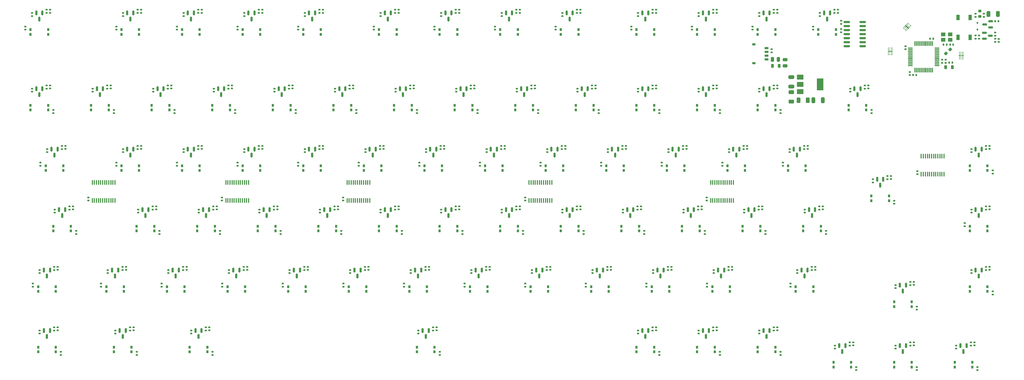
<source format=gbr>
%TF.GenerationSoftware,KiCad,Pcbnew,7.0.6*%
%TF.CreationDate,2023-11-23T18:56:54+00:00*%
%TF.ProjectId,MoonBoard,4d6f6f6e-426f-4617-9264-2e6b69636164,rev?*%
%TF.SameCoordinates,Original*%
%TF.FileFunction,Paste,Bot*%
%TF.FilePolarity,Positive*%
%FSLAX46Y46*%
G04 Gerber Fmt 4.6, Leading zero omitted, Abs format (unit mm)*
G04 Created by KiCad (PCBNEW 7.0.6) date 2023-11-23 18:56:54*
%MOMM*%
%LPD*%
G01*
G04 APERTURE LIST*
G04 Aperture macros list*
%AMRoundRect*
0 Rectangle with rounded corners*
0 $1 Rounding radius*
0 $2 $3 $4 $5 $6 $7 $8 $9 X,Y pos of 4 corners*
0 Add a 4 corners polygon primitive as box body*
4,1,4,$2,$3,$4,$5,$6,$7,$8,$9,$2,$3,0*
0 Add four circle primitives for the rounded corners*
1,1,$1+$1,$2,$3*
1,1,$1+$1,$4,$5*
1,1,$1+$1,$6,$7*
1,1,$1+$1,$8,$9*
0 Add four rect primitives between the rounded corners*
20,1,$1+$1,$2,$3,$4,$5,0*
20,1,$1+$1,$4,$5,$6,$7,0*
20,1,$1+$1,$6,$7,$8,$9,0*
20,1,$1+$1,$8,$9,$2,$3,0*%
%AMRotRect*
0 Rectangle, with rotation*
0 The origin of the aperture is its center*
0 $1 length*
0 $2 width*
0 $3 Rotation angle, in degrees counterclockwise*
0 Add horizontal line*
21,1,$1,$2,0,0,$3*%
G04 Aperture macros list end*
%ADD10RoundRect,0.140000X-0.170000X0.140000X-0.170000X-0.140000X0.170000X-0.140000X0.170000X0.140000X0*%
%ADD11RoundRect,0.075000X-0.300000X-0.335000X0.300000X-0.335000X0.300000X0.335000X-0.300000X0.335000X0*%
%ADD12RoundRect,0.075000X0.300000X0.335000X-0.300000X0.335000X-0.300000X-0.335000X0.300000X-0.335000X0*%
%ADD13RoundRect,0.150000X-0.150000X0.587500X-0.150000X-0.587500X0.150000X-0.587500X0.150000X0.587500X0*%
%ADD14RoundRect,0.140000X0.170000X-0.140000X0.170000X0.140000X-0.170000X0.140000X-0.170000X-0.140000X0*%
%ADD15RoundRect,0.135000X-0.185000X0.135000X-0.185000X-0.135000X0.185000X-0.135000X0.185000X0.135000X0*%
%ADD16RoundRect,0.100000X-0.100000X0.637500X-0.100000X-0.637500X0.100000X-0.637500X0.100000X0.637500X0*%
%ADD17RoundRect,0.200000X0.275000X-0.200000X0.275000X0.200000X-0.275000X0.200000X-0.275000X-0.200000X0*%
%ADD18RoundRect,0.250000X-0.325000X-0.650000X0.325000X-0.650000X0.325000X0.650000X-0.325000X0.650000X0*%
%ADD19RoundRect,0.250000X-0.625000X0.312500X-0.625000X-0.312500X0.625000X-0.312500X0.625000X0.312500X0*%
%ADD20RoundRect,0.250000X-0.650000X0.325000X-0.650000X-0.325000X0.650000X-0.325000X0.650000X0.325000X0*%
%ADD21RoundRect,0.250000X0.312500X0.625000X-0.312500X0.625000X-0.312500X-0.625000X0.312500X-0.625000X0*%
%ADD22R,0.675000X0.200000*%
%ADD23R,0.775000X0.400000*%
%ADD24RoundRect,0.150000X0.587500X0.150000X-0.587500X0.150000X-0.587500X-0.150000X0.587500X-0.150000X0*%
%ADD25RoundRect,0.135000X0.185000X-0.135000X0.185000X0.135000X-0.185000X0.135000X-0.185000X-0.135000X0*%
%ADD26RoundRect,0.140000X0.140000X0.170000X-0.140000X0.170000X-0.140000X-0.170000X0.140000X-0.170000X0*%
%ADD27R,2.000000X1.500000*%
%ADD28R,2.000000X3.800000*%
%ADD29RoundRect,0.250000X-0.475000X0.250000X-0.475000X-0.250000X0.475000X-0.250000X0.475000X0.250000X0*%
%ADD30RoundRect,0.100000X0.400000X-0.250000X0.400000X0.250000X-0.400000X0.250000X-0.400000X-0.250000X0*%
%ADD31RoundRect,0.125000X0.475000X-0.250000X0.475000X0.250000X-0.475000X0.250000X-0.475000X-0.250000X0*%
%ADD32RoundRect,0.237500X-0.008839X-0.344715X0.344715X0.008839X0.008839X0.344715X-0.344715X-0.008839X0*%
%ADD33RoundRect,0.250000X0.325000X0.650000X-0.325000X0.650000X-0.325000X-0.650000X0.325000X-0.650000X0*%
%ADD34RotRect,0.200000X0.675000X45.000000*%
%ADD35RotRect,0.400000X0.775000X45.000000*%
%ADD36RoundRect,0.250000X0.250000X0.475000X-0.250000X0.475000X-0.250000X-0.475000X0.250000X-0.475000X0*%
%ADD37RoundRect,0.218750X0.218750X0.381250X-0.218750X0.381250X-0.218750X-0.381250X0.218750X-0.381250X0*%
%ADD38R,1.400000X1.200000*%
%ADD39R,1.000000X1.700000*%
%ADD40RoundRect,0.135000X-0.135000X-0.185000X0.135000X-0.185000X0.135000X0.185000X-0.135000X0.185000X0*%
%ADD41RoundRect,0.140000X-0.140000X-0.170000X0.140000X-0.170000X0.140000X0.170000X-0.140000X0.170000X0*%
%ADD42RoundRect,0.150000X-0.587500X-0.150000X0.587500X-0.150000X0.587500X0.150000X-0.587500X0.150000X0*%
%ADD43RoundRect,0.075000X0.662500X0.075000X-0.662500X0.075000X-0.662500X-0.075000X0.662500X-0.075000X0*%
%ADD44RoundRect,0.075000X0.075000X0.662500X-0.075000X0.662500X-0.075000X-0.662500X0.075000X-0.662500X0*%
%ADD45RoundRect,0.150000X0.825000X0.150000X-0.825000X0.150000X-0.825000X-0.150000X0.825000X-0.150000X0*%
%ADD46RoundRect,0.112500X-0.112500X0.187500X-0.112500X-0.187500X0.112500X-0.187500X0.112500X0.187500X0*%
G04 APERTURE END LIST*
D10*
%TO.C,C228*%
X127917500Y-144747499D03*
X127917500Y-145707499D03*
%TD*%
D11*
%TO.C,LED49*%
X221542500Y-144747499D03*
X221542500Y-143237499D03*
X215992500Y-143237499D03*
X215992500Y-144747499D03*
%TD*%
D12*
%TO.C,LED34*%
X173130000Y-124187501D03*
X173130000Y-125697501D03*
X178680000Y-125697501D03*
X178680000Y-124187501D03*
%TD*%
D13*
%TO.C,HALL4*%
X117805000Y-76082500D03*
X118755000Y-77957500D03*
X119705000Y-76082500D03*
%TD*%
D11*
%TO.C,LED14*%
X54855000Y-106647499D03*
X54855000Y-105137499D03*
X49305000Y-105137499D03*
X49305000Y-106647499D03*
%TD*%
D14*
%TO.C,C248*%
X109592500Y-162287501D03*
X109592500Y-161327501D03*
%TD*%
D15*
%TO.C,R66*%
X56761250Y-156025000D03*
X56761250Y-157045000D03*
%TD*%
D13*
%TO.C,HALL9*%
X217817500Y-76082500D03*
X218767500Y-77957500D03*
X219717500Y-76082500D03*
%TD*%
D16*
%TO.C,U5*%
X110705000Y-129437500D03*
X111355000Y-129437500D03*
X112005000Y-129437500D03*
X112655000Y-129437500D03*
X113305000Y-129437500D03*
X113955000Y-129437500D03*
X114605000Y-129437500D03*
X115255000Y-129437500D03*
X115905000Y-129437500D03*
X116555000Y-129437500D03*
X117205000Y-129437500D03*
X117855000Y-129437500D03*
X117855000Y-135162500D03*
X117205000Y-135162500D03*
X116555000Y-135162500D03*
X115905000Y-135162500D03*
X115255000Y-135162500D03*
X114605000Y-135162500D03*
X113955000Y-135162500D03*
X113305000Y-135162500D03*
X112655000Y-135162500D03*
X112005000Y-135162500D03*
X111355000Y-135162500D03*
X110705000Y-135162500D03*
%TD*%
D10*
%TO.C,C238*%
X320798750Y-135222499D03*
X320798750Y-136182499D03*
%TD*%
D14*
%TO.C,C171*%
X240280000Y-177055000D03*
X240280000Y-176095000D03*
%TD*%
D10*
%TO.C,C86*%
X160255000Y-117925000D03*
X160255000Y-118885000D03*
%TD*%
D14*
%TO.C,C250*%
X71492500Y-162287501D03*
X71492500Y-161327501D03*
%TD*%
D13*
%TO.C,HALL58*%
X74942500Y-157045000D03*
X75892500Y-158920000D03*
X76842500Y-157045000D03*
%TD*%
D10*
%TO.C,C80*%
X103105000Y-117925000D03*
X103105000Y-118885000D03*
%TD*%
%TO.C,C227*%
X108867500Y-144747499D03*
X108867500Y-145707499D03*
%TD*%
D14*
%TO.C,C240*%
X261992500Y-162287501D03*
X261992500Y-161327501D03*
%TD*%
D13*
%TO.C,HALL25*%
X260680000Y-99895000D03*
X261630000Y-101770000D03*
X262580000Y-99895000D03*
%TD*%
D17*
%TO.C,R91*%
X347680000Y-77125000D03*
X347680000Y-75475000D03*
%TD*%
D11*
%TO.C,LED70*%
X104861250Y-182847499D03*
X104861250Y-181337499D03*
X99311250Y-181337499D03*
X99311250Y-182847499D03*
%TD*%
D18*
%TO.C,C183*%
X350405000Y-76400000D03*
X353355000Y-76400000D03*
%TD*%
D10*
%TO.C,C92*%
X217405000Y-117925000D03*
X217405000Y-118885000D03*
%TD*%
%TO.C,C152*%
X231692500Y-156025000D03*
X231692500Y-156985000D03*
%TD*%
D12*
%TO.C,LED40*%
X54067500Y-124187501D03*
X54067500Y-125697501D03*
X59617500Y-125697501D03*
X59617500Y-124187501D03*
%TD*%
%TO.C,LED55*%
X289811250Y-162287501D03*
X289811250Y-163797501D03*
X295361250Y-163797501D03*
X295361250Y-162287501D03*
%TD*%
%TO.C,LED13*%
X49305000Y-81325001D03*
X49305000Y-82835001D03*
X54855000Y-82835001D03*
X54855000Y-81325001D03*
%TD*%
D14*
%TO.C,C31*%
X159317500Y-77042500D03*
X159317500Y-76082500D03*
%TD*%
D13*
%TO.C,HALL8*%
X198767500Y-76082500D03*
X199717500Y-77957500D03*
X200667500Y-76082500D03*
%TD*%
D15*
%TO.C,R65*%
X349655000Y-136975000D03*
X349655000Y-137995000D03*
%TD*%
D11*
%TO.C,LED26*%
X283455000Y-106647499D03*
X283455000Y-105137499D03*
X277905000Y-105137499D03*
X277905000Y-106647499D03*
%TD*%
D19*
%TO.C,R4*%
X288480000Y-101037500D03*
X288480000Y-103962500D03*
%TD*%
D14*
%TO.C,C222*%
X95305000Y-124187501D03*
X95305000Y-123227501D03*
%TD*%
%TO.C,C41*%
X259330000Y-77042500D03*
X259330000Y-76082500D03*
%TD*%
D12*
%TO.C,LED6*%
X196942500Y-81325001D03*
X196942500Y-82835001D03*
X202492500Y-82835001D03*
X202492500Y-81325001D03*
%TD*%
D14*
%TO.C,C79*%
X97405000Y-119905000D03*
X97405000Y-118945000D03*
%TD*%
D10*
%TO.C,C24*%
X84055000Y-75062500D03*
X84055000Y-76022500D03*
%TD*%
D11*
%TO.C,LED68*%
X57236250Y-182847499D03*
X57236250Y-181337499D03*
X51686250Y-181337499D03*
X51686250Y-182847499D03*
%TD*%
D14*
%TO.C,C91*%
X211705000Y-119905000D03*
X211705000Y-118945000D03*
%TD*%
D11*
%TO.C,LED81*%
X350130000Y-125697499D03*
X350130000Y-124187499D03*
X344580000Y-124187499D03*
X344580000Y-125697499D03*
%TD*%
D10*
%TO.C,C198*%
X56480000Y-106647499D03*
X56480000Y-107607499D03*
%TD*%
%TO.C,C174*%
X265030000Y-175075000D03*
X265030000Y-176035000D03*
%TD*%
D15*
%TO.C,R61*%
X240117500Y-136975000D03*
X240117500Y-137995000D03*
%TD*%
D10*
%TO.C,C124*%
X241217500Y-136975000D03*
X241217500Y-137935000D03*
%TD*%
D14*
%TO.C,C163*%
X52161250Y-177055000D03*
X52161250Y-176095000D03*
%TD*%
%TO.C,C39*%
X240280000Y-77042500D03*
X240280000Y-76082500D03*
%TD*%
D15*
%TO.C,R18*%
X221067500Y-75062500D03*
X221067500Y-76082500D03*
%TD*%
D10*
%TO.C,C116*%
X165017500Y-136975000D03*
X165017500Y-137935000D03*
%TD*%
%TO.C,C252*%
X58861250Y-182847499D03*
X58861250Y-183807499D03*
%TD*%
D14*
%TO.C,C187*%
X257230000Y-81325001D03*
X257230000Y-80365001D03*
%TD*%
D15*
%TO.C,R55*%
X125817500Y-136975000D03*
X125817500Y-137995000D03*
%TD*%
D10*
%TO.C,C180*%
X326942500Y-179837500D03*
X326942500Y-180797500D03*
%TD*%
D12*
%TO.C,LED29*%
X268380000Y-124187501D03*
X268380000Y-125697501D03*
X273930000Y-125697501D03*
X273930000Y-124187501D03*
%TD*%
D14*
%TO.C,C188*%
X238180000Y-81325001D03*
X238180000Y-80365001D03*
%TD*%
%TO.C,C123*%
X235517500Y-138955000D03*
X235517500Y-137995000D03*
%TD*%
D11*
%TO.C,LED72*%
X245355000Y-182847499D03*
X245355000Y-181337499D03*
X239805000Y-181337499D03*
X239805000Y-182847499D03*
%TD*%
D13*
%TO.C,HALL63*%
X170192500Y-157045000D03*
X171142500Y-158920000D03*
X172092500Y-157045000D03*
%TD*%
D14*
%TO.C,C165*%
X75973750Y-177055000D03*
X75973750Y-176095000D03*
%TD*%
D13*
%TO.C,HALL30*%
X98755000Y-118945000D03*
X99705000Y-120820000D03*
X100655000Y-118945000D03*
%TD*%
%TO.C,HALL28*%
X55892500Y-118945000D03*
X56842500Y-120820000D03*
X57792500Y-118945000D03*
%TD*%
D20*
%TO.C,C3*%
X288480000Y-96325000D03*
X288480000Y-99275000D03*
%TD*%
D10*
%TO.C,C142*%
X136442500Y-156025000D03*
X136442500Y-156985000D03*
%TD*%
D13*
%TO.C,HALL7*%
X179717500Y-76082500D03*
X180667500Y-77957500D03*
X181617500Y-76082500D03*
%TD*%
D10*
%TO.C,C154*%
X250742500Y-156025000D03*
X250742500Y-156985000D03*
%TD*%
D13*
%TO.C,HALL27*%
X308305000Y-99895000D03*
X309255000Y-101770000D03*
X310205000Y-99895000D03*
%TD*%
D10*
%TO.C,C210*%
X285080000Y-106647499D03*
X285080000Y-107607499D03*
%TD*%
D14*
%TO.C,C43*%
X278380000Y-77042500D03*
X278380000Y-76082500D03*
%TD*%
D13*
%TO.C,HALL1*%
X51130000Y-76082500D03*
X52080000Y-77957500D03*
X53030000Y-76082500D03*
%TD*%
D14*
%TO.C,C241*%
X242942500Y-162287501D03*
X242942500Y-161327501D03*
%TD*%
D10*
%TO.C,C78*%
X84055000Y-117925000D03*
X84055000Y-118885000D03*
%TD*%
%TO.C,C70*%
X265030000Y-98875000D03*
X265030000Y-99835000D03*
%TD*%
D13*
%TO.C,HALL14*%
X51130000Y-99895000D03*
X52080000Y-101770000D03*
X53030000Y-99895000D03*
%TD*%
D10*
%TO.C,C94*%
X236455000Y-117925000D03*
X236455000Y-118885000D03*
%TD*%
%TO.C,C207*%
X227930000Y-106647499D03*
X227930000Y-107607499D03*
%TD*%
D13*
%TO.C,HALL70*%
X346405000Y-157045000D03*
X347355000Y-158920000D03*
X348305000Y-157045000D03*
%TD*%
D15*
%TO.C,R97*%
X346380000Y-83180000D03*
X346380000Y-84200000D03*
%TD*%
D13*
%TO.C,HALL5*%
X136855000Y-76082500D03*
X137805000Y-77957500D03*
X138755000Y-76082500D03*
%TD*%
D10*
%TO.C,C148*%
X193592500Y-156025000D03*
X193592500Y-156985000D03*
%TD*%
%TO.C,C176*%
X284080000Y-175075000D03*
X284080000Y-176035000D03*
%TD*%
D14*
%TO.C,C135*%
X73592500Y-158005000D03*
X73592500Y-157045000D03*
%TD*%
D13*
%TO.C,HALL41*%
X315448750Y-128470000D03*
X316398750Y-130345000D03*
X317348750Y-128470000D03*
%TD*%
D21*
%TO.C,R5*%
X293642500Y-103600000D03*
X290717500Y-103600000D03*
%TD*%
D10*
%TO.C,C211*%
X313655000Y-106647499D03*
X313655000Y-107607499D03*
%TD*%
D22*
%TO.C,U11*%
X320005000Y-87158000D03*
X320005000Y-87658000D03*
D23*
X319955000Y-88158000D03*
D22*
X320005000Y-88658000D03*
X320005000Y-89158000D03*
X319130000Y-89158000D03*
X319130000Y-88658000D03*
D23*
X319180000Y-88158000D03*
D22*
X319130000Y-87658000D03*
X319130000Y-87158000D03*
%TD*%
D10*
%TO.C,C231*%
X185067500Y-144747499D03*
X185067500Y-145707499D03*
%TD*%
D14*
%TO.C,C65*%
X221230000Y-100855000D03*
X221230000Y-99895000D03*
%TD*%
D11*
%TO.C,LED52*%
X278692500Y-144747499D03*
X278692500Y-143237499D03*
X273142500Y-143237499D03*
X273142500Y-144747499D03*
%TD*%
D14*
%TO.C,C33*%
X178367500Y-77042500D03*
X178367500Y-76082500D03*
%TD*%
D11*
%TO.C,LED24*%
X245355000Y-106647499D03*
X245355000Y-105137499D03*
X239805000Y-105137499D03*
X239805000Y-106647499D03*
%TD*%
D10*
%TO.C,C158*%
X295986250Y-156025000D03*
X295986250Y-156985000D03*
%TD*%
D15*
%TO.C,R13*%
X121055000Y-75062500D03*
X121055000Y-76082500D03*
%TD*%
D10*
%TO.C,C232*%
X204117500Y-144747499D03*
X204117500Y-145707499D03*
%TD*%
D15*
%TO.C,R83*%
X104386250Y-175075000D03*
X104386250Y-176095000D03*
%TD*%
D11*
%TO.C,LED20*%
X169155000Y-106647499D03*
X169155000Y-105137499D03*
X163605000Y-105137499D03*
X163605000Y-106647499D03*
%TD*%
D14*
%TO.C,C71*%
X278380000Y-100855000D03*
X278380000Y-99895000D03*
%TD*%
D16*
%TO.C,U6*%
X148805000Y-129437500D03*
X149455000Y-129437500D03*
X150105000Y-129437500D03*
X150755000Y-129437500D03*
X151405000Y-129437500D03*
X152055000Y-129437500D03*
X152705000Y-129437500D03*
X153355000Y-129437500D03*
X154005000Y-129437500D03*
X154655000Y-129437500D03*
X155305000Y-129437500D03*
X155955000Y-129437500D03*
X155955000Y-135162500D03*
X155305000Y-135162500D03*
X154655000Y-135162500D03*
X154005000Y-135162500D03*
X153355000Y-135162500D03*
X152705000Y-135162500D03*
X152055000Y-135162500D03*
X151405000Y-135162500D03*
X150755000Y-135162500D03*
X150105000Y-135162500D03*
X149455000Y-135162500D03*
X148805000Y-135162500D03*
%TD*%
D12*
%TO.C,LED8*%
X158842500Y-81325001D03*
X158842500Y-82835001D03*
X164392500Y-82835001D03*
X164392500Y-81325001D03*
%TD*%
D13*
%TO.C,HALL54*%
X274967500Y-137995000D03*
X275917500Y-139870000D03*
X276867500Y-137995000D03*
%TD*%
D11*
%TO.C,LED50*%
X240592500Y-144747499D03*
X240592500Y-143237499D03*
X235042500Y-143237499D03*
X235042500Y-144747499D03*
%TD*%
D14*
%TO.C,C59*%
X164080000Y-100855000D03*
X164080000Y-99895000D03*
%TD*%
D13*
%TO.C,HALL39*%
X270205000Y-118945000D03*
X271155000Y-120820000D03*
X272105000Y-118945000D03*
%TD*%
D14*
%TO.C,C149*%
X206942500Y-158005000D03*
X206942500Y-157045000D03*
%TD*%
D10*
%TO.C,C104*%
X350755000Y-117925000D03*
X350755000Y-118885000D03*
%TD*%
D15*
%TO.C,R64*%
X297267500Y-136975000D03*
X297267500Y-137995000D03*
%TD*%
D14*
%TO.C,C107*%
X83117500Y-138955000D03*
X83117500Y-137995000D03*
%TD*%
D13*
%TO.C,HALL32*%
X136855000Y-118945000D03*
X137805000Y-120820000D03*
X138755000Y-118945000D03*
%TD*%
D10*
%TO.C,C160*%
X350755000Y-156025000D03*
X350755000Y-156985000D03*
%TD*%
D15*
%TO.C,R15*%
X163917500Y-75062500D03*
X163917500Y-76082500D03*
%TD*%
D14*
%TO.C,C87*%
X173605000Y-119905000D03*
X173605000Y-118945000D03*
%TD*%
D10*
%TO.C,C64*%
X207880000Y-98875000D03*
X207880000Y-99835000D03*
%TD*%
%TO.C,C72*%
X284080000Y-98875000D03*
X284080000Y-99835000D03*
%TD*%
D15*
%TO.C,R68*%
X97242500Y-156025000D03*
X97242500Y-157045000D03*
%TD*%
%TO.C,R75*%
X230592500Y-156025000D03*
X230592500Y-157045000D03*
%TD*%
D12*
%TO.C,LED61*%
X168367500Y-162287501D03*
X168367500Y-163797501D03*
X173917500Y-163797501D03*
X173917500Y-162287501D03*
%TD*%
D14*
%TO.C,C159*%
X345055000Y-158005000D03*
X345055000Y-157045000D03*
%TD*%
D10*
%TO.C,C206*%
X208880000Y-106647499D03*
X208880000Y-107607499D03*
%TD*%
D11*
%TO.C,LED41*%
X61998750Y-144747499D03*
X61998750Y-143237499D03*
X56448750Y-143237499D03*
X56448750Y-144747499D03*
%TD*%
D13*
%TO.C,HALL2*%
X79705000Y-76082500D03*
X80655000Y-77957500D03*
X81605000Y-76082500D03*
%TD*%
D15*
%TO.C,R69*%
X116292500Y-156025000D03*
X116292500Y-157045000D03*
%TD*%
D10*
%TO.C,C226*%
X89817500Y-144747499D03*
X89817500Y-145707499D03*
%TD*%
D24*
%TO.C,Q1*%
X351080000Y-78710000D03*
X351080000Y-80610000D03*
X349205000Y-79660000D03*
%TD*%
D14*
%TO.C,C77*%
X78355000Y-119905000D03*
X78355000Y-118945000D03*
%TD*%
D12*
%TO.C,LED63*%
X130267500Y-162287501D03*
X130267500Y-163797501D03*
X135817500Y-163797501D03*
X135817500Y-162287501D03*
%TD*%
D25*
%TO.C,R9*%
X304080000Y-82110000D03*
X304080000Y-81090000D03*
%TD*%
D10*
%TO.C,C204*%
X170780000Y-106647499D03*
X170780000Y-107607499D03*
%TD*%
D13*
%TO.C,HALL76*%
X241630000Y-176095000D03*
X242580000Y-177970000D03*
X243530000Y-176095000D03*
%TD*%
D11*
%TO.C,LED79*%
X350130000Y-163797499D03*
X350130000Y-162287499D03*
X344580000Y-162287499D03*
X344580000Y-163797499D03*
%TD*%
D12*
%TO.C,LED31*%
X230280000Y-124187501D03*
X230280000Y-125697501D03*
X235830000Y-125697501D03*
X235830000Y-124187501D03*
%TD*%
D10*
%TO.C,C60*%
X169780000Y-98875000D03*
X169780000Y-99835000D03*
%TD*%
D15*
%TO.C,R85*%
X244880000Y-175075000D03*
X244880000Y-176095000D03*
%TD*%
D10*
%TO.C,C74*%
X312655000Y-98875000D03*
X312655000Y-99835000D03*
%TD*%
%TO.C,C261*%
X346992500Y-187609999D03*
X346992500Y-188569999D03*
%TD*%
D12*
%TO.C,LED12*%
X77880000Y-81325001D03*
X77880000Y-82835001D03*
X83430000Y-82835001D03*
X83430000Y-81325001D03*
%TD*%
D10*
%TO.C,C54*%
X112630000Y-98875000D03*
X112630000Y-99835000D03*
%TD*%
D14*
%TO.C,C167*%
X99786250Y-177055000D03*
X99786250Y-176095000D03*
%TD*%
D11*
%TO.C,LED25*%
X264405000Y-106647499D03*
X264405000Y-105137499D03*
X258855000Y-105137499D03*
X258855000Y-106647499D03*
%TD*%
D26*
%TO.C,C6*%
X333060000Y-84200000D03*
X332100000Y-84200000D03*
%TD*%
D27*
%TO.C,U1*%
X291223750Y-100875000D03*
X291223750Y-98575000D03*
D28*
X297523750Y-98575000D03*
D27*
X291223750Y-96275000D03*
%TD*%
D10*
%TO.C,C234*%
X242217500Y-144747499D03*
X242217500Y-145707499D03*
%TD*%
D15*
%TO.C,R12*%
X102005000Y-75062500D03*
X102005000Y-76082500D03*
%TD*%
D14*
%TO.C,C212*%
X285805000Y-124187501D03*
X285805000Y-123227501D03*
%TD*%
D15*
%TO.C,R49*%
X292505000Y-117925000D03*
X292505000Y-118945000D03*
%TD*%
D10*
%TO.C,C76*%
X60242500Y-117925000D03*
X60242500Y-118885000D03*
%TD*%
D14*
%TO.C,C246*%
X147692500Y-162287501D03*
X147692500Y-161327501D03*
%TD*%
D11*
%TO.C,LED23*%
X226305000Y-106647499D03*
X226305000Y-105137499D03*
X220755000Y-105137499D03*
X220755000Y-106647499D03*
%TD*%
%TO.C,LED78*%
X326317500Y-168559999D03*
X326317500Y-167049999D03*
X320767500Y-167049999D03*
X320767500Y-168559999D03*
%TD*%
D10*
%TO.C,C132*%
X350755000Y-136975000D03*
X350755000Y-137935000D03*
%TD*%
D13*
%TO.C,HALL40*%
X289255000Y-118945000D03*
X290205000Y-120820000D03*
X291155000Y-118945000D03*
%TD*%
D14*
%TO.C,C244*%
X185792500Y-162287501D03*
X185792500Y-161327501D03*
%TD*%
D10*
%TO.C,C88*%
X179305000Y-117925000D03*
X179305000Y-118885000D03*
%TD*%
D12*
%TO.C,LED3*%
X258855000Y-81325001D03*
X258855000Y-82835001D03*
X264405000Y-82835001D03*
X264405000Y-81325001D03*
%TD*%
D10*
%TO.C,C164*%
X57861250Y-175075000D03*
X57861250Y-176035000D03*
%TD*%
%TO.C,C172*%
X245980000Y-175075000D03*
X245980000Y-176035000D03*
%TD*%
D29*
%TO.C,C2*%
X286480000Y-90800000D03*
X286480000Y-92700000D03*
%TD*%
D14*
%TO.C,C89*%
X192655000Y-119905000D03*
X192655000Y-118945000D03*
%TD*%
D10*
%TO.C,C178*%
X307892500Y-179837500D03*
X307892500Y-180797500D03*
%TD*%
D15*
%TO.C,R14*%
X140105000Y-75062500D03*
X140105000Y-76082500D03*
%TD*%
D13*
%TO.C,HALL55*%
X294017500Y-137995000D03*
X294967500Y-139870000D03*
X295917500Y-137995000D03*
%TD*%
D15*
%TO.C,R63*%
X278217500Y-136975000D03*
X278217500Y-137995000D03*
%TD*%
D13*
%TO.C,HALL67*%
X246392500Y-157045000D03*
X247342500Y-158920000D03*
X248292500Y-157045000D03*
%TD*%
D14*
%TO.C,C12*%
X304080000Y-79490000D03*
X304080000Y-78530000D03*
%TD*%
D11*
%TO.C,LED15*%
X73905000Y-106647499D03*
X73905000Y-105137499D03*
X68355000Y-105137499D03*
X68355000Y-106647499D03*
%TD*%
D30*
%TO.C,USB1*%
X276680000Y-91850000D03*
D31*
X280680000Y-90700000D03*
X280680000Y-89500000D03*
X280680000Y-88300000D03*
X280680000Y-87100000D03*
D30*
X276680000Y-85950000D03*
%TD*%
D13*
%TO.C,HALL50*%
X198767500Y-137995000D03*
X199717500Y-139870000D03*
X200667500Y-137995000D03*
%TD*%
D15*
%TO.C,R57*%
X163917500Y-136975000D03*
X163917500Y-137995000D03*
%TD*%
D10*
%TO.C,C126*%
X260267500Y-136975000D03*
X260267500Y-137935000D03*
%TD*%
D15*
%TO.C,R24*%
X73430000Y-98875000D03*
X73430000Y-99895000D03*
%TD*%
D13*
%TO.C,HALL49*%
X179717500Y-137995000D03*
X180667500Y-139870000D03*
X181617500Y-137995000D03*
%TD*%
D25*
%TO.C,R93*%
X348980000Y-77320000D03*
X348980000Y-76300000D03*
%TD*%
D11*
%TO.C,LED69*%
X81048750Y-182847499D03*
X81048750Y-181337499D03*
X75498750Y-181337499D03*
X75498750Y-182847499D03*
%TD*%
%TO.C,LED44*%
X126292500Y-144747499D03*
X126292500Y-143237499D03*
X120742500Y-143237499D03*
X120742500Y-144747499D03*
%TD*%
D32*
%TO.C,R8*%
X337089530Y-88845235D03*
X338380000Y-87554765D03*
%TD*%
D12*
%TO.C,LED66*%
X73117500Y-162287501D03*
X73117500Y-163797501D03*
X78667500Y-163797501D03*
X78667500Y-162287501D03*
%TD*%
D10*
%TO.C,C162*%
X326942500Y-160787500D03*
X326942500Y-161747500D03*
%TD*%
D13*
%TO.C,HALL6*%
X160667500Y-76082500D03*
X161617500Y-77957500D03*
X162567500Y-76082500D03*
%TD*%
D15*
%TO.C,R50*%
X318698750Y-127450000D03*
X318698750Y-128470000D03*
%TD*%
D10*
%TO.C,C68*%
X245980000Y-98875000D03*
X245980000Y-99835000D03*
%TD*%
D11*
%TO.C,LED71*%
X176298750Y-182847499D03*
X176298750Y-181337499D03*
X170748750Y-181337499D03*
X170748750Y-182847499D03*
%TD*%
D15*
%TO.C,R43*%
X178205000Y-117925000D03*
X178205000Y-118945000D03*
%TD*%
D10*
%TO.C,C108*%
X88817500Y-136975000D03*
X88817500Y-137935000D03*
%TD*%
%TO.C,C22*%
X55480000Y-75062500D03*
X55480000Y-76022500D03*
%TD*%
D15*
%TO.C,R78*%
X294886250Y-156025000D03*
X294886250Y-157045000D03*
%TD*%
D10*
%TO.C,C166*%
X81673750Y-175075000D03*
X81673750Y-176035000D03*
%TD*%
D12*
%TO.C,LED36*%
X135030000Y-124187501D03*
X135030000Y-125697501D03*
X140580000Y-125697501D03*
X140580000Y-124187501D03*
%TD*%
D13*
%TO.C,HALL16*%
X89230000Y-99895000D03*
X90180000Y-101770000D03*
X91130000Y-99895000D03*
%TD*%
D15*
%TO.C,R59*%
X202017500Y-136975000D03*
X202017500Y-137995000D03*
%TD*%
D14*
%TO.C,C186*%
X276280000Y-81325001D03*
X276280000Y-80365001D03*
%TD*%
D13*
%TO.C,HALL21*%
X184480000Y-99895000D03*
X185430000Y-101770000D03*
X186380000Y-99895000D03*
%TD*%
D10*
%TO.C,C34*%
X184067500Y-75062500D03*
X184067500Y-76022500D03*
%TD*%
D14*
%TO.C,C129*%
X292667500Y-138955000D03*
X292667500Y-137995000D03*
%TD*%
D15*
%TO.C,R33*%
X244880000Y-98875000D03*
X244880000Y-99895000D03*
%TD*%
D14*
%TO.C,C101*%
X314098750Y-129430000D03*
X314098750Y-128470000D03*
%TD*%
%TO.C,C141*%
X130742500Y-158005000D03*
X130742500Y-157045000D03*
%TD*%
%TO.C,C61*%
X183130000Y-100855000D03*
X183130000Y-99895000D03*
%TD*%
D13*
%TO.C,HALL66*%
X227342500Y-157045000D03*
X228292500Y-158920000D03*
X229242500Y-157045000D03*
%TD*%
D14*
%TO.C,C51*%
X87880000Y-100855000D03*
X87880000Y-99895000D03*
%TD*%
D10*
%TO.C,C263*%
X351755000Y-163797499D03*
X351755000Y-164757499D03*
%TD*%
D15*
%TO.C,R92*%
X346380000Y-76300000D03*
X346380000Y-77320000D03*
%TD*%
D12*
%TO.C,LED1*%
X296955000Y-81325001D03*
X296955000Y-82835001D03*
X302505000Y-82835001D03*
X302505000Y-81325001D03*
%TD*%
D10*
%TO.C,C118*%
X184067500Y-136975000D03*
X184067500Y-137935000D03*
%TD*%
D13*
%TO.C,HALL11*%
X260680000Y-76082500D03*
X261630000Y-77957500D03*
X262580000Y-76082500D03*
%TD*%
D15*
%TO.C,R74*%
X211542500Y-156025000D03*
X211542500Y-157045000D03*
%TD*%
D11*
%TO.C,LED77*%
X345367500Y-187609999D03*
X345367500Y-186099999D03*
X339817500Y-186099999D03*
X339817500Y-187609999D03*
%TD*%
D14*
%TO.C,C73*%
X306955000Y-100855000D03*
X306955000Y-99895000D03*
%TD*%
%TO.C,C137*%
X92642500Y-158005000D03*
X92642500Y-157045000D03*
%TD*%
%TO.C,C179*%
X321242500Y-181817500D03*
X321242500Y-180857500D03*
%TD*%
D13*
%TO.C,HALL78*%
X279730000Y-176095000D03*
X280680000Y-177970000D03*
X281630000Y-176095000D03*
%TD*%
D14*
%TO.C,C10*%
X336930000Y-91760000D03*
X336930000Y-90800000D03*
%TD*%
D13*
%TO.C,HALL12*%
X279730000Y-76082500D03*
X280680000Y-77957500D03*
X281630000Y-76082500D03*
%TD*%
D10*
%TO.C,C36*%
X203117500Y-75062500D03*
X203117500Y-76022500D03*
%TD*%
D15*
%TO.C,R44*%
X197255000Y-117925000D03*
X197255000Y-118945000D03*
%TD*%
D14*
%TO.C,C223*%
X76255000Y-124187501D03*
X76255000Y-123227501D03*
%TD*%
D10*
%TO.C,C26*%
X103105000Y-75062500D03*
X103105000Y-76022500D03*
%TD*%
D15*
%TO.C,R71*%
X154392500Y-156025000D03*
X154392500Y-157045000D03*
%TD*%
D14*
%TO.C,C184*%
X353680000Y-85220000D03*
X353680000Y-84260000D03*
%TD*%
D16*
%TO.C,U7*%
X206005000Y-129437500D03*
X206655000Y-129437500D03*
X207305000Y-129437500D03*
X207955000Y-129437500D03*
X208605000Y-129437500D03*
X209255000Y-129437500D03*
X209905000Y-129437500D03*
X210555000Y-129437500D03*
X211205000Y-129437500D03*
X211855000Y-129437500D03*
X212505000Y-129437500D03*
X213155000Y-129437500D03*
X213155000Y-135162500D03*
X212505000Y-135162500D03*
X211855000Y-135162500D03*
X211205000Y-135162500D03*
X210555000Y-135162500D03*
X209905000Y-135162500D03*
X209255000Y-135162500D03*
X208605000Y-135162500D03*
X207955000Y-135162500D03*
X207305000Y-135162500D03*
X206655000Y-135162500D03*
X206005000Y-135162500D03*
%TD*%
D14*
%TO.C,C21*%
X49780000Y-77042500D03*
X49780000Y-76082500D03*
%TD*%
D10*
%TO.C,C46*%
X303130000Y-75062500D03*
X303130000Y-76022500D03*
%TD*%
D14*
%TO.C,C221*%
X114355000Y-124187501D03*
X114355000Y-123227501D03*
%TD*%
%TO.C,C145*%
X168842500Y-158005000D03*
X168842500Y-157045000D03*
%TD*%
D15*
%TO.C,R77*%
X268692500Y-156025000D03*
X268692500Y-157045000D03*
%TD*%
%TO.C,R67*%
X78192500Y-156025000D03*
X78192500Y-157045000D03*
%TD*%
D14*
%TO.C,C264*%
X342955000Y-143237501D03*
X342955000Y-142277501D03*
%TD*%
%TO.C,C125*%
X254567500Y-138955000D03*
X254567500Y-137995000D03*
%TD*%
D13*
%TO.C,HALL23*%
X222580000Y-99895000D03*
X223530000Y-101770000D03*
X224480000Y-99895000D03*
%TD*%
D10*
%TO.C,C144*%
X155492500Y-156025000D03*
X155492500Y-156985000D03*
%TD*%
%TO.C,C262*%
X327942500Y-168559999D03*
X327942500Y-169519999D03*
%TD*%
D12*
%TO.C,LED7*%
X177892500Y-81325001D03*
X177892500Y-82835001D03*
X183442500Y-82835001D03*
X183442500Y-81325001D03*
%TD*%
D10*
%TO.C,C62*%
X188830000Y-98875000D03*
X188830000Y-99835000D03*
%TD*%
D15*
%TO.C,R1*%
X282280000Y-87490000D03*
X282280000Y-88510000D03*
%TD*%
D12*
%TO.C,LED65*%
X92167500Y-162287501D03*
X92167500Y-163797501D03*
X97717500Y-163797501D03*
X97717500Y-162287501D03*
%TD*%
D14*
%TO.C,C115*%
X159317500Y-138955000D03*
X159317500Y-137995000D03*
%TD*%
D13*
%TO.C,HALL65*%
X208292500Y-157045000D03*
X209242500Y-158920000D03*
X210192500Y-157045000D03*
%TD*%
D14*
%TO.C,C103*%
X345055000Y-119905000D03*
X345055000Y-118945000D03*
%TD*%
%TO.C,C25*%
X97405000Y-77042500D03*
X97405000Y-76082500D03*
%TD*%
%TO.C,C243*%
X204842500Y-162287501D03*
X204842500Y-161327501D03*
%TD*%
D15*
%TO.C,R76*%
X249642500Y-156025000D03*
X249642500Y-157045000D03*
%TD*%
D14*
%TO.C,C55*%
X125980000Y-100855000D03*
X125980000Y-99895000D03*
%TD*%
%TO.C,C35*%
X197417500Y-77042500D03*
X197417500Y-76082500D03*
%TD*%
D11*
%TO.C,LED75*%
X307267500Y-187609999D03*
X307267500Y-186099999D03*
X301717500Y-186099999D03*
X301717500Y-187609999D03*
%TD*%
D10*
%TO.C,C256*%
X246980000Y-182847499D03*
X246980000Y-183807499D03*
%TD*%
%TO.C,C52*%
X93580000Y-98875000D03*
X93580000Y-99835000D03*
%TD*%
D15*
%TO.C,R70*%
X135342500Y-156025000D03*
X135342500Y-157045000D03*
%TD*%
D12*
%TO.C,LED2*%
X277905000Y-81325001D03*
X277905000Y-82835001D03*
X283455000Y-82835001D03*
X283455000Y-81325001D03*
%TD*%
D13*
%TO.C,HALL59*%
X93992500Y-157045000D03*
X94942500Y-158920000D03*
X95892500Y-157045000D03*
%TD*%
D15*
%TO.C,R40*%
X121055000Y-117925000D03*
X121055000Y-118945000D03*
%TD*%
D10*
%TO.C,C114*%
X145967500Y-136975000D03*
X145967500Y-137935000D03*
%TD*%
D13*
%TO.C,HALL34*%
X174955000Y-118945000D03*
X175905000Y-120820000D03*
X176855000Y-118945000D03*
%TD*%
D14*
%TO.C,C191*%
X176267500Y-81325001D03*
X176267500Y-80365001D03*
%TD*%
D13*
%TO.C,HALL33*%
X155905000Y-118945000D03*
X156855000Y-120820000D03*
X157805000Y-118945000D03*
%TD*%
D11*
%TO.C,LED51*%
X259642500Y-144747499D03*
X259642500Y-143237499D03*
X254092500Y-143237499D03*
X254092500Y-144747499D03*
%TD*%
D14*
%TO.C,C216*%
X209605000Y-124187501D03*
X209605000Y-123227501D03*
%TD*%
D12*
%TO.C,LED57*%
X244567500Y-162287501D03*
X244567500Y-163797501D03*
X250117500Y-163797501D03*
X250117500Y-162287501D03*
%TD*%
D10*
%TO.C,C58*%
X150730000Y-98875000D03*
X150730000Y-99835000D03*
%TD*%
D33*
%TO.C,C4*%
X298355000Y-103600000D03*
X295405000Y-103600000D03*
%TD*%
D15*
%TO.C,R81*%
X56761250Y-175075000D03*
X56761250Y-176095000D03*
%TD*%
D14*
%TO.C,C81*%
X116455000Y-119905000D03*
X116455000Y-118945000D03*
%TD*%
D13*
%TO.C,HALL46*%
X122567500Y-137995000D03*
X123517500Y-139870000D03*
X124467500Y-137995000D03*
%TD*%
D14*
%TO.C,C29*%
X135505000Y-77042500D03*
X135505000Y-76082500D03*
%TD*%
%TO.C,C97*%
X268855000Y-119905000D03*
X268855000Y-118945000D03*
%TD*%
D12*
%TO.C,LED58*%
X225517500Y-162287501D03*
X225517500Y-163797501D03*
X231067500Y-163797501D03*
X231067500Y-162287501D03*
%TD*%
D11*
%TO.C,LED46*%
X164392500Y-144747499D03*
X164392500Y-143237499D03*
X158842500Y-143237499D03*
X158842500Y-144747499D03*
%TD*%
D14*
%TO.C,C133*%
X52161250Y-158005000D03*
X52161250Y-157045000D03*
%TD*%
D11*
%TO.C,LED27*%
X312030000Y-106647499D03*
X312030000Y-105137499D03*
X306480000Y-105137499D03*
X306480000Y-106647499D03*
%TD*%
D15*
%TO.C,R21*%
X282980000Y-75062500D03*
X282980000Y-76082500D03*
%TD*%
D10*
%TO.C,C56*%
X131680000Y-98875000D03*
X131680000Y-99835000D03*
%TD*%
D13*
%TO.C,HALL68*%
X265442500Y-157045000D03*
X266392500Y-158920000D03*
X267342500Y-157045000D03*
%TD*%
D11*
%TO.C,LED22*%
X207255000Y-106647499D03*
X207255000Y-105137499D03*
X201705000Y-105137499D03*
X201705000Y-106647499D03*
%TD*%
D15*
%TO.C,R41*%
X140105000Y-117925000D03*
X140105000Y-118945000D03*
%TD*%
D14*
%TO.C,C195*%
X95305000Y-81325001D03*
X95305000Y-80365001D03*
%TD*%
D10*
%TO.C,C120*%
X203117500Y-136975000D03*
X203117500Y-137935000D03*
%TD*%
D26*
%TO.C,C11*%
X339055000Y-91680000D03*
X338095000Y-91680000D03*
%TD*%
D12*
%TO.C,LED5*%
X215992500Y-81325001D03*
X215992500Y-82835001D03*
X221542500Y-82835001D03*
X221542500Y-81325001D03*
%TD*%
D14*
%TO.C,C220*%
X133405000Y-124187501D03*
X133405000Y-123227501D03*
%TD*%
%TO.C,C131*%
X345055000Y-138955000D03*
X345055000Y-137995000D03*
%TD*%
D10*
%TO.C,C44*%
X284080000Y-75062500D03*
X284080000Y-76022500D03*
%TD*%
D13*
%TO.C,HALL26*%
X279730000Y-99895000D03*
X280680000Y-101770000D03*
X281630000Y-99895000D03*
%TD*%
D11*
%TO.C,LED54*%
X319173750Y-135222499D03*
X319173750Y-133712499D03*
X313623750Y-133712499D03*
X313623750Y-135222499D03*
%TD*%
D10*
%TO.C,C48*%
X55480000Y-98875000D03*
X55480000Y-99835000D03*
%TD*%
D14*
%TO.C,C189*%
X214367500Y-81325001D03*
X214367500Y-80365001D03*
%TD*%
D10*
%TO.C,C265*%
X351755000Y-125697499D03*
X351755000Y-126657499D03*
%TD*%
D11*
%TO.C,LED47*%
X183442500Y-144747499D03*
X183442500Y-143237499D03*
X177892500Y-143237499D03*
X177892500Y-144747499D03*
%TD*%
D15*
%TO.C,R82*%
X80573750Y-175075000D03*
X80573750Y-176095000D03*
%TD*%
D14*
%TO.C,C169*%
X171223750Y-177055000D03*
X171223750Y-176095000D03*
%TD*%
D10*
%TO.C,C156*%
X269792500Y-156025000D03*
X269792500Y-156985000D03*
%TD*%
D15*
%TO.C,R19*%
X244880000Y-75062500D03*
X244880000Y-76082500D03*
%TD*%
%TO.C,R86*%
X263930000Y-175075000D03*
X263930000Y-176095000D03*
%TD*%
D13*
%TO.C,HALL45*%
X103517500Y-137995000D03*
X104467500Y-139870000D03*
X105417500Y-137995000D03*
%TD*%
D10*
%TO.C,C225*%
X63623750Y-144747499D03*
X63623750Y-145707499D03*
%TD*%
D15*
%TO.C,R89*%
X325842500Y-179837500D03*
X325842500Y-180857500D03*
%TD*%
D10*
%TO.C,C170*%
X176923750Y-175075000D03*
X176923750Y-176035000D03*
%TD*%
D14*
%TO.C,C9*%
X335830000Y-91760000D03*
X335830000Y-90800000D03*
%TD*%
D11*
%TO.C,LED43*%
X107242500Y-144747499D03*
X107242500Y-143237499D03*
X101692500Y-143237499D03*
X101692500Y-144747499D03*
%TD*%
D14*
%TO.C,C155*%
X264092500Y-158005000D03*
X264092500Y-157045000D03*
%TD*%
D10*
%TO.C,C122*%
X222167500Y-136975000D03*
X222167500Y-137935000D03*
%TD*%
D14*
%TO.C,C193*%
X133405000Y-81325001D03*
X133405000Y-80365001D03*
%TD*%
D12*
%TO.C,LED28*%
X287430000Y-124187501D03*
X287430000Y-125697501D03*
X292980000Y-125697501D03*
X292980000Y-124187501D03*
%TD*%
D10*
%TO.C,C203*%
X151730000Y-106647499D03*
X151730000Y-107607499D03*
%TD*%
D14*
%TO.C,C247*%
X128642500Y-162287501D03*
X128642500Y-161327501D03*
%TD*%
D34*
%TO.C,U10*%
X323819340Y-80860661D03*
X324172893Y-80507107D03*
D35*
X324561802Y-80188909D03*
D34*
X324880000Y-79800000D03*
X325233554Y-79446447D03*
X325852272Y-80065165D03*
X325498719Y-80418719D03*
D35*
X325109810Y-80736917D03*
D34*
X324791612Y-81125826D03*
X324438058Y-81479379D03*
%TD*%
D13*
%TO.C,HALL77*%
X260680000Y-176095000D03*
X261630000Y-177970000D03*
X262580000Y-176095000D03*
%TD*%
D25*
%TO.C,R98*%
X347480000Y-84200000D03*
X347480000Y-83180000D03*
%TD*%
D12*
%TO.C,LED56*%
X263617500Y-162287501D03*
X263617500Y-163797501D03*
X269167500Y-163797501D03*
X269167500Y-162287501D03*
%TD*%
D15*
%TO.C,R52*%
X61523750Y-136975000D03*
X61523750Y-137995000D03*
%TD*%
D10*
%TO.C,C102*%
X319798750Y-127450000D03*
X319798750Y-128410000D03*
%TD*%
D12*
%TO.C,LED38*%
X96930000Y-124187501D03*
X96930000Y-125697501D03*
X102480000Y-125697501D03*
X102480000Y-124187501D03*
%TD*%
D15*
%TO.C,R84*%
X175823750Y-175075000D03*
X175823750Y-176095000D03*
%TD*%
D11*
%TO.C,LED18*%
X131055000Y-106647499D03*
X131055000Y-105137499D03*
X125505000Y-105137499D03*
X125505000Y-106647499D03*
%TD*%
D14*
%TO.C,C242*%
X223892500Y-162287501D03*
X223892500Y-161327501D03*
%TD*%
D36*
%TO.C,C1*%
X284430000Y-90700000D03*
X282530000Y-90700000D03*
%TD*%
D11*
%TO.C,LED48*%
X202492500Y-144747499D03*
X202492500Y-143237499D03*
X196942500Y-143237499D03*
X196942500Y-144747499D03*
%TD*%
D14*
%TO.C,C185*%
X295330000Y-81325001D03*
X295330000Y-80365001D03*
%TD*%
D15*
%TO.C,R36*%
X311555000Y-98875000D03*
X311555000Y-99895000D03*
%TD*%
D14*
%TO.C,C239*%
X288186250Y-162287501D03*
X288186250Y-161327501D03*
%TD*%
%TO.C,C151*%
X225992500Y-158005000D03*
X225992500Y-157045000D03*
%TD*%
D15*
%TO.C,R53*%
X87717500Y-136975000D03*
X87717500Y-137995000D03*
%TD*%
D10*
%TO.C,C199*%
X75530000Y-106647499D03*
X75530000Y-107607499D03*
%TD*%
D15*
%TO.C,R16*%
X182967500Y-75062500D03*
X182967500Y-76082500D03*
%TD*%
D10*
%TO.C,C100*%
X293605000Y-117925000D03*
X293605000Y-118885000D03*
%TD*%
D15*
%TO.C,R29*%
X168680000Y-98875000D03*
X168680000Y-99895000D03*
%TD*%
%TO.C,R62*%
X259167500Y-136975000D03*
X259167500Y-137995000D03*
%TD*%
D11*
%TO.C,LED42*%
X88192500Y-144747499D03*
X88192500Y-143237499D03*
X82642500Y-143237499D03*
X82642500Y-144747499D03*
%TD*%
D13*
%TO.C,HALL22*%
X203530000Y-99895000D03*
X204480000Y-101770000D03*
X205430000Y-99895000D03*
%TD*%
D10*
%TO.C,C128*%
X279317500Y-136975000D03*
X279317500Y-137935000D03*
%TD*%
D11*
%TO.C,LED53*%
X297742500Y-144747499D03*
X297742500Y-143237499D03*
X292192500Y-143237499D03*
X292192500Y-144747499D03*
%TD*%
D10*
%TO.C,C84*%
X141205000Y-117925000D03*
X141205000Y-118885000D03*
%TD*%
%TO.C,C112*%
X126917500Y-136975000D03*
X126917500Y-137935000D03*
%TD*%
D12*
%TO.C,LED64*%
X111217500Y-162287501D03*
X111217500Y-163797501D03*
X116767500Y-163797501D03*
X116767500Y-162287501D03*
%TD*%
D10*
%TO.C,C257*%
X266030000Y-182847499D03*
X266030000Y-183807499D03*
%TD*%
D13*
%TO.C,HALL56*%
X346405000Y-137995000D03*
X347355000Y-139870000D03*
X348305000Y-137995000D03*
%TD*%
D11*
%TO.C,LED45*%
X145342500Y-144747499D03*
X145342500Y-143237499D03*
X139792500Y-143237499D03*
X139792500Y-144747499D03*
%TD*%
D14*
%TO.C,C47*%
X49780000Y-100855000D03*
X49780000Y-99895000D03*
%TD*%
D10*
%TO.C,C200*%
X94580000Y-106647499D03*
X94580000Y-107607499D03*
%TD*%
D13*
%TO.C,HALL38*%
X251155000Y-118945000D03*
X252105000Y-120820000D03*
X253055000Y-118945000D03*
%TD*%
D14*
%TO.C,C113*%
X140267500Y-138955000D03*
X140267500Y-137995000D03*
%TD*%
%TO.C,C18*%
X204780000Y-135162500D03*
X204780000Y-134202500D03*
%TD*%
D12*
%TO.C,LED35*%
X154080000Y-124187501D03*
X154080000Y-125697501D03*
X159630000Y-125697501D03*
X159630000Y-124187501D03*
%TD*%
D14*
%TO.C,C249*%
X90542500Y-162287501D03*
X90542500Y-161327501D03*
%TD*%
D10*
%TO.C,C253*%
X82673750Y-182847499D03*
X82673750Y-183807499D03*
%TD*%
%TO.C,C66*%
X226930000Y-98875000D03*
X226930000Y-99835000D03*
%TD*%
D13*
%TO.C,HALL81*%
X341642500Y-180857500D03*
X342592500Y-182732500D03*
X343542500Y-180857500D03*
%TD*%
%TO.C,HALL17*%
X108280000Y-99895000D03*
X109230000Y-101770000D03*
X110180000Y-99895000D03*
%TD*%
%TO.C,HALL53*%
X255917500Y-137995000D03*
X256867500Y-139870000D03*
X257817500Y-137995000D03*
%TD*%
%TO.C,HALL69*%
X291636250Y-157045000D03*
X292586250Y-158920000D03*
X293536250Y-157045000D03*
%TD*%
D12*
%TO.C,LED37*%
X115980000Y-124187501D03*
X115980000Y-125697501D03*
X121530000Y-125697501D03*
X121530000Y-124187501D03*
%TD*%
D16*
%TO.C,U9*%
X329305000Y-121137500D03*
X329955000Y-121137500D03*
X330605000Y-121137500D03*
X331255000Y-121137500D03*
X331905000Y-121137500D03*
X332555000Y-121137500D03*
X333205000Y-121137500D03*
X333855000Y-121137500D03*
X334505000Y-121137500D03*
X335155000Y-121137500D03*
X335805000Y-121137500D03*
X336455000Y-121137500D03*
X336455000Y-126862500D03*
X335805000Y-126862500D03*
X335155000Y-126862500D03*
X334505000Y-126862500D03*
X333855000Y-126862500D03*
X333205000Y-126862500D03*
X332555000Y-126862500D03*
X331905000Y-126862500D03*
X331255000Y-126862500D03*
X330605000Y-126862500D03*
X329955000Y-126862500D03*
X329305000Y-126862500D03*
%TD*%
D14*
%TO.C,C157*%
X290286250Y-158005000D03*
X290286250Y-157045000D03*
%TD*%
D12*
%TO.C,LED11*%
X96930000Y-81325001D03*
X96930000Y-82835001D03*
X102480000Y-82835001D03*
X102480000Y-81325001D03*
%TD*%
D13*
%TO.C,HALL13*%
X298780000Y-76082500D03*
X299730000Y-77957500D03*
X300680000Y-76082500D03*
%TD*%
D11*
%TO.C,LED19*%
X150105000Y-106647499D03*
X150105000Y-105137499D03*
X144555000Y-105137499D03*
X144555000Y-106647499D03*
%TD*%
D10*
%TO.C,C82*%
X122155000Y-117925000D03*
X122155000Y-118885000D03*
%TD*%
D14*
%TO.C,C85*%
X154555000Y-119905000D03*
X154555000Y-118945000D03*
%TD*%
%TO.C,C93*%
X230755000Y-119905000D03*
X230755000Y-118945000D03*
%TD*%
D13*
%TO.C,HALL71*%
X322592500Y-161807500D03*
X323542500Y-163682500D03*
X324492500Y-161807500D03*
%TD*%
D26*
%TO.C,C14*%
X339340000Y-86000000D03*
X338380000Y-86000000D03*
%TD*%
D13*
%TO.C,HALL62*%
X151142500Y-157045000D03*
X152092500Y-158920000D03*
X153042500Y-157045000D03*
%TD*%
D15*
%TO.C,R27*%
X130580000Y-98875000D03*
X130580000Y-99895000D03*
%TD*%
%TO.C,R60*%
X221067500Y-136975000D03*
X221067500Y-137995000D03*
%TD*%
%TO.C,R45*%
X216305000Y-117925000D03*
X216305000Y-118945000D03*
%TD*%
D14*
%TO.C,C99*%
X287905000Y-119905000D03*
X287905000Y-118945000D03*
%TD*%
D15*
%TO.C,R17*%
X202017500Y-75062500D03*
X202017500Y-76082500D03*
%TD*%
D13*
%TO.C,HALL15*%
X70180000Y-99895000D03*
X71130000Y-101770000D03*
X72080000Y-99895000D03*
%TD*%
D14*
%TO.C,C175*%
X278380000Y-177055000D03*
X278380000Y-176095000D03*
%TD*%
%TO.C,C119*%
X197417500Y-138955000D03*
X197417500Y-137995000D03*
%TD*%
D13*
%TO.C,HALL72*%
X53511250Y-176095000D03*
X54461250Y-177970000D03*
X55411250Y-176095000D03*
%TD*%
D14*
%TO.C,C17*%
X147580000Y-135162500D03*
X147580000Y-134202500D03*
%TD*%
D12*
%TO.C,LED39*%
X77880000Y-124187501D03*
X77880000Y-125697501D03*
X83430000Y-125697501D03*
X83430000Y-124187501D03*
%TD*%
D13*
%TO.C,HALL24*%
X241630000Y-99895000D03*
X242580000Y-101770000D03*
X243530000Y-99895000D03*
%TD*%
D14*
%TO.C,C67*%
X240280000Y-100855000D03*
X240280000Y-99895000D03*
%TD*%
%TO.C,C143*%
X149792500Y-158005000D03*
X149792500Y-157045000D03*
%TD*%
D15*
%TO.C,R25*%
X92480000Y-98875000D03*
X92480000Y-99895000D03*
%TD*%
D14*
%TO.C,C45*%
X297430000Y-77042500D03*
X297430000Y-76082500D03*
%TD*%
D12*
%TO.C,LED32*%
X211230000Y-124187501D03*
X211230000Y-125697501D03*
X216780000Y-125697501D03*
X216780000Y-124187501D03*
%TD*%
D13*
%TO.C,HALL73*%
X77323750Y-176095000D03*
X78273750Y-177970000D03*
X79223750Y-176095000D03*
%TD*%
D10*
%TO.C,C230*%
X166017500Y-144747499D03*
X166017500Y-145707499D03*
%TD*%
%TO.C,C130*%
X298367500Y-136975000D03*
X298367500Y-137935000D03*
%TD*%
D14*
%TO.C,C105*%
X56923750Y-138955000D03*
X56923750Y-137995000D03*
%TD*%
D10*
%TO.C,C258*%
X285080000Y-182847499D03*
X285080000Y-183807499D03*
%TD*%
D15*
%TO.C,R11*%
X82955000Y-75062500D03*
X82955000Y-76082500D03*
%TD*%
D10*
%TO.C,C134*%
X57861250Y-156025000D03*
X57861250Y-156985000D03*
%TD*%
D37*
%TO.C,FB1*%
X284655000Y-92700000D03*
X282530000Y-92700000D03*
%TD*%
D15*
%TO.C,R88*%
X306792500Y-179837500D03*
X306792500Y-180857500D03*
%TD*%
D10*
%TO.C,C136*%
X79292500Y-156025000D03*
X79292500Y-156985000D03*
%TD*%
%TO.C,C140*%
X117392500Y-156025000D03*
X117392500Y-156985000D03*
%TD*%
D13*
%TO.C,HALL52*%
X236867500Y-137995000D03*
X237817500Y-139870000D03*
X238767500Y-137995000D03*
%TD*%
D14*
%TO.C,C214*%
X247705000Y-124187501D03*
X247705000Y-123227501D03*
%TD*%
%TO.C,C181*%
X340292500Y-181817500D03*
X340292500Y-180857500D03*
%TD*%
%TO.C,C161*%
X321242500Y-162767500D03*
X321242500Y-161807500D03*
%TD*%
D11*
%TO.C,LED21*%
X188205000Y-106647499D03*
X188205000Y-105137499D03*
X182655000Y-105137499D03*
X182655000Y-106647499D03*
%TD*%
D15*
%TO.C,R23*%
X54380000Y-98875000D03*
X54380000Y-99895000D03*
%TD*%
D13*
%TO.C,HALL48*%
X160667500Y-137995000D03*
X161617500Y-139870000D03*
X162567500Y-137995000D03*
%TD*%
D14*
%TO.C,C213*%
X266755000Y-124187501D03*
X266755000Y-123227501D03*
%TD*%
D10*
%TO.C,C202*%
X132680000Y-106647499D03*
X132680000Y-107607499D03*
%TD*%
D14*
%TO.C,C190*%
X195317500Y-81325001D03*
X195317500Y-80365001D03*
%TD*%
%TO.C,C27*%
X116455000Y-77042500D03*
X116455000Y-76082500D03*
%TD*%
D15*
%TO.C,R47*%
X254405000Y-117925000D03*
X254405000Y-118945000D03*
%TD*%
D13*
%TO.C,HALL51*%
X217817500Y-137995000D03*
X218767500Y-139870000D03*
X219717500Y-137995000D03*
%TD*%
D22*
%TO.C,U12*%
X342317500Y-88500000D03*
X342317500Y-89000000D03*
D23*
X342267500Y-89500000D03*
D22*
X342317500Y-90000000D03*
X342317500Y-90500000D03*
X341442500Y-90500000D03*
X341442500Y-90000000D03*
D23*
X341492500Y-89500000D03*
D22*
X341442500Y-89000000D03*
X341442500Y-88500000D03*
%TD*%
D14*
%TO.C,C251*%
X50061250Y-162287501D03*
X50061250Y-161327501D03*
%TD*%
D10*
%TO.C,C28*%
X122155000Y-75062500D03*
X122155000Y-76022500D03*
%TD*%
%TO.C,C209*%
X266030000Y-106647499D03*
X266030000Y-107607499D03*
%TD*%
D38*
%TO.C,Y1*%
X336180000Y-82850000D03*
X338380000Y-82850000D03*
X338380000Y-84550000D03*
X336180000Y-84550000D03*
%TD*%
D15*
%TO.C,R10*%
X54380000Y-75062500D03*
X54380000Y-76082500D03*
%TD*%
D39*
%TO.C,SW1*%
X340880000Y-77460000D03*
X340880000Y-83760000D03*
X344680000Y-77460000D03*
X344680000Y-83760000D03*
%TD*%
D11*
%TO.C,LED16*%
X92955000Y-106647499D03*
X92955000Y-105137499D03*
X87405000Y-105137499D03*
X87405000Y-106647499D03*
%TD*%
D15*
%TO.C,R22*%
X302030000Y-75062500D03*
X302030000Y-76082500D03*
%TD*%
D10*
%TO.C,C98*%
X274555000Y-117925000D03*
X274555000Y-118885000D03*
%TD*%
D15*
%TO.C,R79*%
X349655000Y-156025000D03*
X349655000Y-157045000D03*
%TD*%
D13*
%TO.C,HALL43*%
X58273750Y-137995000D03*
X59223750Y-139870000D03*
X60173750Y-137995000D03*
%TD*%
D10*
%TO.C,C42*%
X265030000Y-75062500D03*
X265030000Y-76022500D03*
%TD*%
%TO.C,C235*%
X261267500Y-144747499D03*
X261267500Y-145707499D03*
%TD*%
%TO.C,C182*%
X345992500Y-179837500D03*
X345992500Y-180797500D03*
%TD*%
%TO.C,C38*%
X222167500Y-75062500D03*
X222167500Y-76022500D03*
%TD*%
%TO.C,C50*%
X74530000Y-98875000D03*
X74530000Y-99835000D03*
%TD*%
D40*
%TO.C,R95*%
X352580000Y-78710000D03*
X353600000Y-78710000D03*
%TD*%
D14*
%TO.C,C196*%
X76255000Y-81325001D03*
X76255000Y-80365001D03*
%TD*%
%TO.C,C111*%
X121217500Y-138955000D03*
X121217500Y-137995000D03*
%TD*%
D13*
%TO.C,HALL3*%
X98755000Y-76082500D03*
X99705000Y-77957500D03*
X100655000Y-76082500D03*
%TD*%
D10*
%TO.C,C233*%
X223167500Y-144747499D03*
X223167500Y-145707499D03*
%TD*%
D13*
%TO.C,HALL44*%
X84467500Y-137995000D03*
X85417500Y-139870000D03*
X86367500Y-137995000D03*
%TD*%
D14*
%TO.C,C139*%
X111692500Y-158005000D03*
X111692500Y-157045000D03*
%TD*%
D13*
%TO.C,HALL47*%
X141617500Y-137995000D03*
X142567500Y-139870000D03*
X143517500Y-137995000D03*
%TD*%
D15*
%TO.C,R26*%
X111530000Y-98875000D03*
X111530000Y-99895000D03*
%TD*%
%TO.C,R42*%
X159155000Y-117925000D03*
X159155000Y-118945000D03*
%TD*%
D10*
%TO.C,C96*%
X255505000Y-117925000D03*
X255505000Y-118885000D03*
%TD*%
%TO.C,C90*%
X198355000Y-117925000D03*
X198355000Y-118885000D03*
%TD*%
D15*
%TO.C,R87*%
X282980000Y-175075000D03*
X282980000Y-176095000D03*
%TD*%
%TO.C,R34*%
X263930000Y-98875000D03*
X263930000Y-99895000D03*
%TD*%
D14*
%TO.C,C224*%
X52442500Y-124187501D03*
X52442500Y-123227501D03*
%TD*%
%TO.C,C117*%
X178367500Y-138955000D03*
X178367500Y-137995000D03*
%TD*%
%TO.C,C109*%
X102167500Y-138955000D03*
X102167500Y-137995000D03*
%TD*%
D10*
%TO.C,C110*%
X107867500Y-136975000D03*
X107867500Y-137935000D03*
%TD*%
D15*
%TO.C,R54*%
X106767500Y-136975000D03*
X106767500Y-137995000D03*
%TD*%
D10*
%TO.C,C205*%
X189830000Y-106647499D03*
X189830000Y-107607499D03*
%TD*%
D13*
%TO.C,HALL18*%
X127330000Y-99895000D03*
X128280000Y-101770000D03*
X129230000Y-99895000D03*
%TD*%
D15*
%TO.C,R28*%
X149630000Y-98875000D03*
X149630000Y-99895000D03*
%TD*%
%TO.C,R90*%
X344892500Y-179837500D03*
X344892500Y-180857500D03*
%TD*%
D13*
%TO.C,HALL75*%
X172573750Y-176095000D03*
X173523750Y-177970000D03*
X174473750Y-176095000D03*
%TD*%
D14*
%TO.C,C20*%
X328080000Y-126862500D03*
X328080000Y-125902500D03*
%TD*%
D10*
%TO.C,C260*%
X327942500Y-187609999D03*
X327942500Y-188569999D03*
%TD*%
D15*
%TO.C,R72*%
X173442500Y-156025000D03*
X173442500Y-157045000D03*
%TD*%
D13*
%TO.C,HALL37*%
X232105000Y-118945000D03*
X233055000Y-120820000D03*
X234005000Y-118945000D03*
%TD*%
%TO.C,HALL79*%
X303542500Y-180857500D03*
X304492500Y-182732500D03*
X305442500Y-180857500D03*
%TD*%
D15*
%TO.C,R48*%
X273455000Y-117925000D03*
X273455000Y-118945000D03*
%TD*%
D10*
%TO.C,C7*%
X324380000Y-86520000D03*
X324380000Y-87480000D03*
%TD*%
D14*
%TO.C,C16*%
X109480000Y-135162500D03*
X109480000Y-134202500D03*
%TD*%
%TO.C,C121*%
X216467500Y-138955000D03*
X216467500Y-137995000D03*
%TD*%
%TO.C,C83*%
X135505000Y-119905000D03*
X135505000Y-118945000D03*
%TD*%
D16*
%TO.C,U8*%
X263105000Y-129437500D03*
X263755000Y-129437500D03*
X264405000Y-129437500D03*
X265055000Y-129437500D03*
X265705000Y-129437500D03*
X266355000Y-129437500D03*
X267005000Y-129437500D03*
X267655000Y-129437500D03*
X268305000Y-129437500D03*
X268955000Y-129437500D03*
X269605000Y-129437500D03*
X270255000Y-129437500D03*
X270255000Y-135162500D03*
X269605000Y-135162500D03*
X268955000Y-135162500D03*
X268305000Y-135162500D03*
X267655000Y-135162500D03*
X267005000Y-135162500D03*
X266355000Y-135162500D03*
X265705000Y-135162500D03*
X265055000Y-135162500D03*
X264405000Y-135162500D03*
X263755000Y-135162500D03*
X263105000Y-135162500D03*
%TD*%
D10*
%TO.C,C254*%
X106486250Y-182847499D03*
X106486250Y-183807499D03*
%TD*%
D14*
%TO.C,C95*%
X249805000Y-119905000D03*
X249805000Y-118945000D03*
%TD*%
D10*
%TO.C,C168*%
X105486250Y-175075000D03*
X105486250Y-176035000D03*
%TD*%
D14*
%TO.C,C23*%
X78355000Y-77042500D03*
X78355000Y-76082500D03*
%TD*%
D10*
%TO.C,C259*%
X308892500Y-187609999D03*
X308892500Y-188569999D03*
%TD*%
D14*
%TO.C,C37*%
X216467500Y-77042500D03*
X216467500Y-76082500D03*
%TD*%
%TO.C,C5*%
X325680000Y-95600000D03*
X325680000Y-94640000D03*
%TD*%
D12*
%TO.C,LED59*%
X206467500Y-162287501D03*
X206467500Y-163797501D03*
X212017500Y-163797501D03*
X212017500Y-162287501D03*
%TD*%
D10*
%TO.C,C236*%
X280317500Y-144747499D03*
X280317500Y-145707499D03*
%TD*%
D13*
%TO.C,HALL60*%
X113042500Y-157045000D03*
X113992500Y-158920000D03*
X114942500Y-157045000D03*
%TD*%
D14*
%TO.C,C215*%
X228655000Y-124187501D03*
X228655000Y-123227501D03*
%TD*%
D15*
%TO.C,R35*%
X282980000Y-98875000D03*
X282980000Y-99895000D03*
%TD*%
%TO.C,R56*%
X144867500Y-136975000D03*
X144867500Y-137995000D03*
%TD*%
D10*
%TO.C,C201*%
X113630000Y-106647499D03*
X113630000Y-107607499D03*
%TD*%
D12*
%TO.C,LED4*%
X239805000Y-81325001D03*
X239805000Y-82835001D03*
X245355000Y-82835001D03*
X245355000Y-81325001D03*
%TD*%
D14*
%TO.C,C218*%
X171505000Y-124187501D03*
X171505000Y-123227501D03*
%TD*%
%TO.C,C192*%
X157217500Y-81325001D03*
X157217500Y-80365001D03*
%TD*%
D41*
%TO.C,C13*%
X336320000Y-86000000D03*
X337280000Y-86000000D03*
%TD*%
D13*
%TO.C,HALL20*%
X165430000Y-99895000D03*
X166380000Y-101770000D03*
X167330000Y-99895000D03*
%TD*%
D11*
%TO.C,LED76*%
X326317500Y-187609999D03*
X326317500Y-186099999D03*
X320767500Y-186099999D03*
X320767500Y-187609999D03*
%TD*%
D15*
%TO.C,R31*%
X206780000Y-98875000D03*
X206780000Y-99895000D03*
%TD*%
D14*
%TO.C,C19*%
X261880000Y-135162500D03*
X261880000Y-134202500D03*
%TD*%
D42*
%TO.C,Q2*%
X349142500Y-84200000D03*
X349142500Y-82300000D03*
X351017500Y-83250000D03*
%TD*%
D15*
%TO.C,R73*%
X192492500Y-156025000D03*
X192492500Y-157045000D03*
%TD*%
D12*
%TO.C,LED30*%
X249330000Y-124187501D03*
X249330000Y-125697501D03*
X254880000Y-125697501D03*
X254880000Y-124187501D03*
%TD*%
D43*
%TO.C,U3*%
X334242500Y-87150000D03*
X334242500Y-87650000D03*
X334242500Y-88150000D03*
X334242500Y-88650000D03*
X334242500Y-89150000D03*
X334242500Y-89650000D03*
X334242500Y-90150000D03*
X334242500Y-90650000D03*
X334242500Y-91150000D03*
X334242500Y-91650000D03*
X334242500Y-92150000D03*
X334242500Y-92650000D03*
D44*
X332830000Y-94062500D03*
X332330000Y-94062500D03*
X331830000Y-94062500D03*
X331330000Y-94062500D03*
X330830000Y-94062500D03*
X330330000Y-94062500D03*
X329830000Y-94062500D03*
X329330000Y-94062500D03*
X328830000Y-94062500D03*
X328330000Y-94062500D03*
X327830000Y-94062500D03*
X327330000Y-94062500D03*
D43*
X325917500Y-92650000D03*
X325917500Y-92150000D03*
X325917500Y-91650000D03*
X325917500Y-91150000D03*
X325917500Y-90650000D03*
X325917500Y-90150000D03*
X325917500Y-89650000D03*
X325917500Y-89150000D03*
X325917500Y-88650000D03*
X325917500Y-88150000D03*
X325917500Y-87650000D03*
X325917500Y-87150000D03*
D44*
X327330000Y-85737500D03*
X327830000Y-85737500D03*
X328330000Y-85737500D03*
X328830000Y-85737500D03*
X329330000Y-85737500D03*
X329830000Y-85737500D03*
X330330000Y-85737500D03*
X330830000Y-85737500D03*
X331330000Y-85737500D03*
X331830000Y-85737500D03*
X332330000Y-85737500D03*
X332830000Y-85737500D03*
%TD*%
D45*
%TO.C,U2*%
X310855000Y-78890000D03*
X310855000Y-80160000D03*
X310855000Y-81430000D03*
X310855000Y-82700000D03*
X310855000Y-83970000D03*
X310855000Y-85240000D03*
X310855000Y-86510000D03*
X305905000Y-86510000D03*
X305905000Y-85240000D03*
X305905000Y-83970000D03*
X305905000Y-82700000D03*
X305905000Y-81430000D03*
X305905000Y-80160000D03*
X305905000Y-78890000D03*
%TD*%
D46*
%TO.C,D1*%
X346980000Y-79160000D03*
X346980000Y-81260000D03*
%TD*%
D14*
%TO.C,C75*%
X54542500Y-119905000D03*
X54542500Y-118945000D03*
%TD*%
D13*
%TO.C,HALL36*%
X213055000Y-118945000D03*
X214005000Y-120820000D03*
X214955000Y-118945000D03*
%TD*%
D15*
%TO.C,R20*%
X263930000Y-75062500D03*
X263930000Y-76082500D03*
%TD*%
D16*
%TO.C,U4*%
X68705000Y-129437500D03*
X69355000Y-129437500D03*
X70005000Y-129437500D03*
X70655000Y-129437500D03*
X71305000Y-129437500D03*
X71955000Y-129437500D03*
X72605000Y-129437500D03*
X73255000Y-129437500D03*
X73905000Y-129437500D03*
X74555000Y-129437500D03*
X75205000Y-129437500D03*
X75855000Y-129437500D03*
X75855000Y-135162500D03*
X75205000Y-135162500D03*
X74555000Y-135162500D03*
X73905000Y-135162500D03*
X73255000Y-135162500D03*
X72605000Y-135162500D03*
X71955000Y-135162500D03*
X71305000Y-135162500D03*
X70655000Y-135162500D03*
X70005000Y-135162500D03*
X69355000Y-135162500D03*
X68705000Y-135162500D03*
%TD*%
D10*
%TO.C,C146*%
X174542500Y-156025000D03*
X174542500Y-156985000D03*
%TD*%
D15*
%TO.C,R80*%
X325842500Y-160787500D03*
X325842500Y-161807500D03*
%TD*%
D13*
%TO.C,HALL57*%
X53511250Y-157045000D03*
X54461250Y-158920000D03*
X55411250Y-157045000D03*
%TD*%
D14*
%TO.C,C173*%
X259330000Y-177055000D03*
X259330000Y-176095000D03*
%TD*%
%TO.C,C57*%
X145030000Y-100855000D03*
X145030000Y-99895000D03*
%TD*%
%TO.C,C53*%
X106930000Y-100855000D03*
X106930000Y-99895000D03*
%TD*%
D11*
%TO.C,LED73*%
X264405000Y-182847499D03*
X264405000Y-181337499D03*
X258855000Y-181337499D03*
X258855000Y-182847499D03*
%TD*%
D13*
%TO.C,HALL10*%
X241630000Y-76082500D03*
X242580000Y-77957500D03*
X243530000Y-76082500D03*
%TD*%
D12*
%TO.C,LED62*%
X149317500Y-162287501D03*
X149317500Y-163797501D03*
X154867500Y-163797501D03*
X154867500Y-162287501D03*
%TD*%
D14*
%TO.C,C49*%
X68830000Y-100855000D03*
X68830000Y-99895000D03*
%TD*%
%TO.C,C245*%
X166742500Y-162287501D03*
X166742500Y-161327501D03*
%TD*%
D10*
%TO.C,C138*%
X98342500Y-156025000D03*
X98342500Y-156985000D03*
%TD*%
D13*
%TO.C,HALL74*%
X101136250Y-176095000D03*
X102086250Y-177970000D03*
X103036250Y-176095000D03*
%TD*%
D12*
%TO.C,LED67*%
X51686250Y-162287501D03*
X51686250Y-163797501D03*
X57236250Y-163797501D03*
X57236250Y-162287501D03*
%TD*%
D41*
%TO.C,C8*%
X326740000Y-95600000D03*
X327700000Y-95600000D03*
%TD*%
D13*
%TO.C,HALL29*%
X79705000Y-118945000D03*
X80655000Y-120820000D03*
X81605000Y-118945000D03*
%TD*%
D14*
%TO.C,C63*%
X202180000Y-100855000D03*
X202180000Y-99895000D03*
%TD*%
D13*
%TO.C,HALL42*%
X346405000Y-118945000D03*
X347355000Y-120820000D03*
X348305000Y-118945000D03*
%TD*%
%TO.C,HALL64*%
X189242500Y-157045000D03*
X190192500Y-158920000D03*
X191142500Y-157045000D03*
%TD*%
%TO.C,HALL31*%
X117805000Y-118945000D03*
X118755000Y-120820000D03*
X119705000Y-118945000D03*
%TD*%
D11*
%TO.C,LED17*%
X112005000Y-106647499D03*
X112005000Y-105137499D03*
X106455000Y-105137499D03*
X106455000Y-106647499D03*
%TD*%
D15*
%TO.C,R32*%
X225830000Y-98875000D03*
X225830000Y-99895000D03*
%TD*%
D14*
%TO.C,C219*%
X152455000Y-124187501D03*
X152455000Y-123227501D03*
%TD*%
D15*
%TO.C,R39*%
X102005000Y-117925000D03*
X102005000Y-118945000D03*
%TD*%
D12*
%TO.C,LED9*%
X135030000Y-81325001D03*
X135030000Y-82835001D03*
X140580000Y-82835001D03*
X140580000Y-81325001D03*
%TD*%
D10*
%TO.C,C106*%
X62623750Y-136975000D03*
X62623750Y-137935000D03*
%TD*%
D13*
%TO.C,HALL35*%
X194005000Y-118945000D03*
X194955000Y-120820000D03*
X195905000Y-118945000D03*
%TD*%
D14*
%TO.C,C15*%
X67480000Y-135162500D03*
X67480000Y-134202500D03*
%TD*%
%TO.C,C217*%
X190555000Y-124187501D03*
X190555000Y-123227501D03*
%TD*%
D15*
%TO.C,R58*%
X182967500Y-136975000D03*
X182967500Y-137995000D03*
%TD*%
D10*
%TO.C,C150*%
X212642500Y-156025000D03*
X212642500Y-156985000D03*
%TD*%
D13*
%TO.C,HALL80*%
X322592500Y-180857500D03*
X323542500Y-182732500D03*
X324492500Y-180857500D03*
%TD*%
D14*
%TO.C,C147*%
X187892500Y-158005000D03*
X187892500Y-157045000D03*
%TD*%
D10*
%TO.C,C255*%
X177923750Y-182847499D03*
X177923750Y-183807499D03*
%TD*%
D13*
%TO.C,HALL19*%
X146380000Y-99895000D03*
X147330000Y-101770000D03*
X148280000Y-99895000D03*
%TD*%
D25*
%TO.C,R94*%
X352580000Y-83250000D03*
X352580000Y-82230000D03*
%TD*%
D10*
%TO.C,C40*%
X245980000Y-75062500D03*
X245980000Y-76022500D03*
%TD*%
D14*
%TO.C,C194*%
X114355000Y-81325001D03*
X114355000Y-80365001D03*
%TD*%
%TO.C,C127*%
X273617500Y-138955000D03*
X273617500Y-137995000D03*
%TD*%
D15*
%TO.C,R38*%
X82955000Y-117925000D03*
X82955000Y-118945000D03*
%TD*%
D14*
%TO.C,C69*%
X259330000Y-100855000D03*
X259330000Y-99895000D03*
%TD*%
D37*
%TO.C,FB2*%
X339055000Y-93180000D03*
X336930000Y-93180000D03*
%TD*%
D14*
%TO.C,C197*%
X47680000Y-81325001D03*
X47680000Y-80365001D03*
%TD*%
D15*
%TO.C,R30*%
X187730000Y-98875000D03*
X187730000Y-99895000D03*
%TD*%
D14*
%TO.C,C153*%
X245042500Y-158005000D03*
X245042500Y-157045000D03*
%TD*%
D10*
%TO.C,C229*%
X146967500Y-144747499D03*
X146967500Y-145707499D03*
%TD*%
D15*
%TO.C,R96*%
X352580000Y-84200000D03*
X352580000Y-85220000D03*
%TD*%
D10*
%TO.C,C32*%
X165017500Y-75062500D03*
X165017500Y-76022500D03*
%TD*%
%TO.C,C208*%
X246980000Y-106647499D03*
X246980000Y-107607499D03*
%TD*%
D11*
%TO.C,LED74*%
X283455000Y-182847499D03*
X283455000Y-181337499D03*
X277905000Y-181337499D03*
X277905000Y-182847499D03*
%TD*%
D15*
%TO.C,R46*%
X235355000Y-117925000D03*
X235355000Y-118945000D03*
%TD*%
%TO.C,R51*%
X349655000Y-117925000D03*
X349655000Y-118945000D03*
%TD*%
D14*
%TO.C,C177*%
X302192500Y-181817500D03*
X302192500Y-180857500D03*
%TD*%
D12*
%TO.C,LED10*%
X115980000Y-81325001D03*
X115980000Y-82835001D03*
X121530000Y-82835001D03*
X121530000Y-81325001D03*
%TD*%
%TO.C,LED60*%
X187417500Y-162287501D03*
X187417500Y-163797501D03*
X192967500Y-163797501D03*
X192967500Y-162287501D03*
%TD*%
D10*
%TO.C,C30*%
X141205000Y-75062500D03*
X141205000Y-76022500D03*
%TD*%
D12*
%TO.C,LED33*%
X192180000Y-124187501D03*
X192180000Y-125697501D03*
X197730000Y-125697501D03*
X197730000Y-124187501D03*
%TD*%
%TO.C,LED80*%
X344580000Y-143237501D03*
X344580000Y-144747501D03*
X350130000Y-144747501D03*
X350130000Y-143237501D03*
%TD*%
D13*
%TO.C,HALL61*%
X132092500Y-157045000D03*
X133042500Y-158920000D03*
X133992500Y-157045000D03*
%TD*%
D15*
%TO.C,R37*%
X59142500Y-117925000D03*
X59142500Y-118945000D03*
%TD*%
D10*
%TO.C,C237*%
X299367500Y-144747499D03*
X299367500Y-145707499D03*
%TD*%
M02*

</source>
